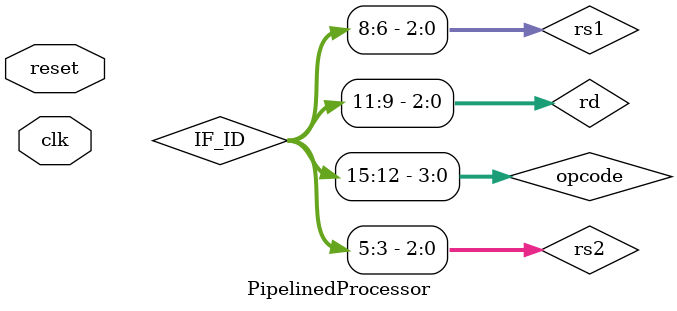
<source format=v>
module PipelinedProcessor (
    input clk,               // Clock signal
    input reset              // Reset signal
);

// ==== Instruction Memory: 16 instructions max (8-bit each) ====
reg [15:0] instr_mem [0:15];

// ==== Data Memory ====
reg [7:0] data_mem [0:15];

// ==== Register File: 8 registers (R0 to R7) ====
reg [7:0] regfile [0:7];

// ==== Pipeline Registers ====
reg [15:0] IF_ID;        // Between Fetch and Decode
reg [15:0] ID_EX;        // Between Decode and Execute
reg [7:0]  EX_MEM_result; // Result from EX to MEM
reg [2:0]  EX_MEM_rd;     // Destination register
reg        EX_MEM_mem_read; // Load flag
reg        EX_MEM_reg_write; // Register write flag

reg [7:0]  MEM_WB_result; // Final output to write
reg [2:0]  MEM_WB_rd;     // Destination reg
reg        MEM_WB_reg_write;

// ==== Program Counter ====
reg [3:0] PC;

// ==== Instruction Fields ====
wire [3:0] opcode = IF_ID[15:12];   // 4-bit opcode
wire [2:0] rd     = IF_ID[11:9];    // destination register
wire [2:0] rs1    = IF_ID[8:6];     // source register 1
wire [2:0] rs2    = IF_ID[5:3];     // source register 2 / base for LOAD

// ==== Stage 1: Instruction Fetch ====
always @(posedge clk or posedge reset) begin
    if (reset) begin
        PC <= 0;
        IF_ID <= 0;
    end else begin
        IF_ID <= instr_mem[PC];  // Fetch instruction from memory
        PC <= PC + 1;            // Increment PC
    end
end

// ==== Stage 2: Instruction Decode ====
reg [7:0] reg_rs1, reg_rs2;
always @(posedge clk) begin
    reg_rs1 <= regfile[rs1]; // Read reg source 1
    reg_rs2 <= regfile[rs2]; // Read reg source 2
    ID_EX <= IF_ID;          // Pass instruction to next stage
end

// ==== Stage 3: Execute ====
reg [7:0] alu_result;
always @(posedge clk) begin
    case (ID_EX[15:12])
        4'b0001: alu_result <= reg_rs1 + reg_rs2; // ADD
        4'b0010: alu_result <= reg_rs1 - reg_rs2; // SUB
        4'b0011: alu_result <= reg_rs1 & reg_rs2; // AND
        4'b0100: alu_result <= data_mem[reg_rs1]; // LOAD
        default: alu_result <= 8'b00000000;
    endcase

    // Pass to EX/MEM stage
    EX_MEM_result <= alu_result;
    EX_MEM_rd <= ID_EX[11:9]; // Destination register
    EX_MEM_mem_read <= (ID_EX[15:12] == 4'b0100); // If LOAD
    EX_MEM_reg_write <= 1;  // Always write for now
end

// ==== Stage 4: Memory / Write Back ====
always @(posedge clk) begin
    if (EX_MEM_mem_read)
        MEM_WB_result <= EX_MEM_result; // From memory
    else
        MEM_WB_result <= EX_MEM_result; // From ALU

    MEM_WB_rd <= EX_MEM_rd;
    MEM_WB_reg_write <= EX_MEM_reg_write;
end

// ==== Write Back to Register File ====
always @(posedge clk) begin
    if (MEM_WB_reg_write)
        regfile[MEM_WB_rd] <= MEM_WB_result; // Final write to register
end

endmodule

</source>
